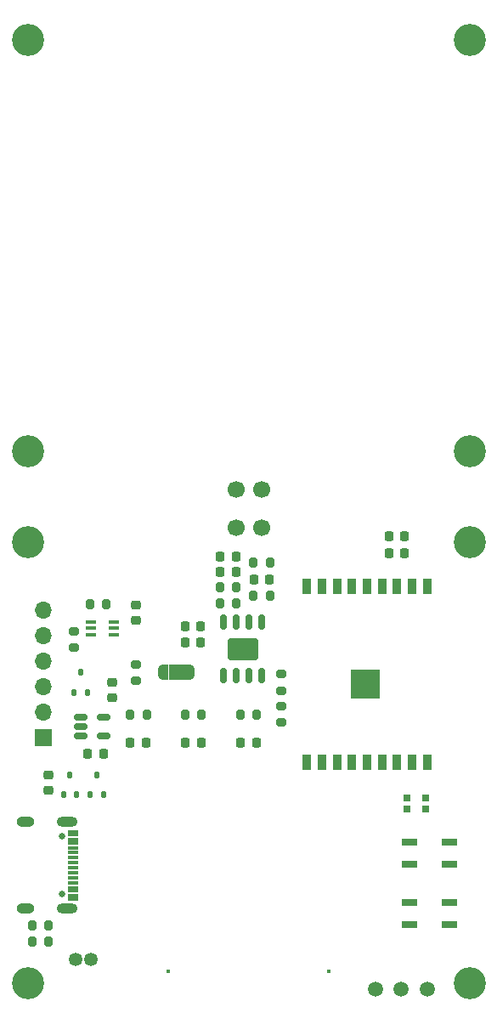
<source format=gts>
G04 #@! TF.GenerationSoftware,KiCad,Pcbnew,9.0.4*
G04 #@! TF.CreationDate,2025-11-05T08:00:03+09:00*
G04 #@! TF.ProjectId,esp32_JJY_sim_C3_rev2,65737033-325f-44a4-9a59-5f73696d5f43,rev?*
G04 #@! TF.SameCoordinates,Original*
G04 #@! TF.FileFunction,Soldermask,Top*
G04 #@! TF.FilePolarity,Negative*
%FSLAX46Y46*%
G04 Gerber Fmt 4.6, Leading zero omitted, Abs format (unit mm)*
G04 Created by KiCad (PCBNEW 9.0.4) date 2025-11-05 08:00:03*
%MOMM*%
%LPD*%
G01*
G04 APERTURE LIST*
G04 Aperture macros list*
%AMRoundRect*
0 Rectangle with rounded corners*
0 $1 Rounding radius*
0 $2 $3 $4 $5 $6 $7 $8 $9 X,Y pos of 4 corners*
0 Add a 4 corners polygon primitive as box body*
4,1,4,$2,$3,$4,$5,$6,$7,$8,$9,$2,$3,0*
0 Add four circle primitives for the rounded corners*
1,1,$1+$1,$2,$3*
1,1,$1+$1,$4,$5*
1,1,$1+$1,$6,$7*
1,1,$1+$1,$8,$9*
0 Add four rect primitives between the rounded corners*
20,1,$1+$1,$2,$3,$4,$5,0*
20,1,$1+$1,$4,$5,$6,$7,0*
20,1,$1+$1,$6,$7,$8,$9,0*
20,1,$1+$1,$8,$9,$2,$3,0*%
%AMFreePoly0*
4,1,23,0.550000,-0.750000,0.000000,-0.750000,0.000000,-0.745722,-0.065263,-0.745722,-0.191342,-0.711940,-0.304381,-0.646677,-0.396677,-0.554381,-0.461940,-0.441342,-0.495722,-0.315263,-0.495722,-0.250000,-0.500000,-0.250000,-0.500000,0.250000,-0.495722,0.250000,-0.495722,0.315263,-0.461940,0.441342,-0.396677,0.554381,-0.304381,0.646677,-0.191342,0.711940,-0.065263,0.745722,0.000000,0.745722,
0.000000,0.750000,0.550000,0.750000,0.550000,-0.750000,0.550000,-0.750000,$1*%
%AMFreePoly1*
4,1,23,0.000000,0.745722,0.065263,0.745722,0.191342,0.711940,0.304381,0.646677,0.396677,0.554381,0.461940,0.441342,0.495722,0.315263,0.495722,0.250000,0.500000,0.250000,0.500000,-0.250000,0.495722,-0.250000,0.495722,-0.315263,0.461940,-0.441342,0.396677,-0.554381,0.304381,-0.646677,0.191342,-0.711940,0.065263,-0.745722,0.000000,-0.745722,0.000000,-0.750000,-0.550000,-0.750000,
-0.550000,0.750000,0.000000,0.750000,0.000000,0.745722,0.000000,0.745722,$1*%
G04 Aperture macros list end*
%ADD10RoundRect,0.225000X-0.225000X-0.250000X0.225000X-0.250000X0.225000X0.250000X-0.225000X0.250000X0*%
%ADD11RoundRect,0.200000X-0.275000X0.200000X-0.275000X-0.200000X0.275000X-0.200000X0.275000X0.200000X0*%
%ADD12RoundRect,0.200000X-0.200000X-0.275000X0.200000X-0.275000X0.200000X0.275000X-0.200000X0.275000X0*%
%ADD13RoundRect,0.218750X0.218750X0.256250X-0.218750X0.256250X-0.218750X-0.256250X0.218750X-0.256250X0*%
%ADD14RoundRect,0.200000X0.200000X0.275000X-0.200000X0.275000X-0.200000X-0.275000X0.200000X-0.275000X0*%
%ADD15RoundRect,0.112500X-0.112500X-0.237500X0.112500X-0.237500X0.112500X0.237500X-0.112500X0.237500X0*%
%ADD16C,3.200000*%
%ADD17C,1.700000*%
%ADD18C,1.500000*%
%ADD19RoundRect,0.200000X0.275000X-0.200000X0.275000X0.200000X-0.275000X0.200000X-0.275000X-0.200000X0*%
%ADD20C,1.350000*%
%ADD21R,1.000000X0.400000*%
%ADD22R,0.900000X1.500000*%
%ADD23R,2.900000X2.900000*%
%ADD24RoundRect,0.225000X-0.250000X0.225000X-0.250000X-0.225000X0.250000X-0.225000X0.250000X0.225000X0*%
%ADD25RoundRect,0.225000X0.225000X0.250000X-0.225000X0.250000X-0.225000X-0.250000X0.225000X-0.250000X0*%
%ADD26RoundRect,0.150000X0.150000X-0.625000X0.150000X0.625000X-0.150000X0.625000X-0.150000X-0.625000X0*%
%ADD27RoundRect,0.330000X1.220000X-0.770000X1.220000X0.770000X-1.220000X0.770000X-1.220000X-0.770000X0*%
%ADD28R,1.500000X0.700000*%
%ADD29R,0.700000X0.700000*%
%ADD30FreePoly0,180.000000*%
%ADD31R,1.000000X1.500000*%
%ADD32FreePoly1,180.000000*%
%ADD33R,1.700000X1.700000*%
%ADD34O,1.700000X1.700000*%
%ADD35RoundRect,0.150000X-0.512500X-0.150000X0.512500X-0.150000X0.512500X0.150000X-0.512500X0.150000X0*%
%ADD36RoundRect,0.225000X0.250000X-0.225000X0.250000X0.225000X-0.250000X0.225000X-0.250000X-0.225000X0*%
%ADD37C,0.650000*%
%ADD38R,1.140000X0.300000*%
%ADD39O,2.100000X1.000000*%
%ADD40O,1.800000X1.000000*%
%ADD41C,0.400000*%
G04 APERTURE END LIST*
G36*
X118550000Y-116750000D02*
G01*
X117050000Y-116750000D01*
X117050000Y-115250000D01*
X118550000Y-115250000D01*
X118550000Y-116750000D01*
G37*
D10*
X118650000Y-112975000D03*
X120200000Y-112975000D03*
D11*
X128250000Y-119350000D03*
X128250000Y-121000000D03*
D12*
X125455000Y-105090000D03*
X127105000Y-105090000D03*
D13*
X125787500Y-123000000D03*
X124212500Y-123000000D03*
D12*
X122125000Y-107550000D03*
X123775000Y-107550000D03*
D14*
X105075000Y-142800000D03*
X103425000Y-142800000D03*
D10*
X122175000Y-106000000D03*
X123725000Y-106000000D03*
D14*
X125825000Y-120200000D03*
X124175000Y-120200000D03*
D15*
X109210000Y-128200000D03*
X110510000Y-128200000D03*
X109860000Y-126200000D03*
D16*
X103000000Y-103000000D03*
D10*
X125505000Y-106750000D03*
X127055000Y-106750000D03*
X118650000Y-111400000D03*
X120200000Y-111400000D03*
D13*
X120287500Y-123000000D03*
X118712500Y-123000000D03*
D17*
X123740000Y-101625000D03*
X123740000Y-97815000D03*
D15*
X107600000Y-118000000D03*
X108900000Y-118000000D03*
X108250000Y-116000000D03*
D18*
X137600000Y-147600000D03*
D14*
X105075000Y-141250000D03*
X103425000Y-141250000D03*
D16*
X147000000Y-103000000D03*
D12*
X125475000Y-108400000D03*
X127125000Y-108400000D03*
D16*
X147000000Y-147000000D03*
D19*
X113780000Y-116850000D03*
X113780000Y-115200000D03*
D16*
X103000000Y-53000000D03*
D20*
X107750000Y-144600000D03*
X109250000Y-144600000D03*
D21*
X109275000Y-110950000D03*
X109275000Y-111600000D03*
X109275000Y-112250000D03*
X111525000Y-112250000D03*
X111525000Y-111600000D03*
X111525000Y-110950000D03*
D22*
X142800000Y-107450000D03*
X141300000Y-107450000D03*
X139800000Y-107450000D03*
X138300000Y-107450000D03*
X136800000Y-107450000D03*
X135300000Y-107450000D03*
X133800000Y-107450000D03*
X132300000Y-107450000D03*
X130800000Y-107450000D03*
X130800000Y-124950000D03*
X132300000Y-124950000D03*
X133800000Y-124950000D03*
X135300000Y-124950000D03*
X136800000Y-124950000D03*
X138300000Y-124950000D03*
X139800000Y-124950000D03*
X141300000Y-124950000D03*
X142800000Y-124950000D03*
D23*
X136600000Y-117160000D03*
D14*
X120325000Y-120200000D03*
X118675000Y-120200000D03*
D24*
X113780000Y-109300000D03*
X113780000Y-110850000D03*
D25*
X110525000Y-124100000D03*
X108975000Y-124100000D03*
D16*
X103000000Y-147000000D03*
D19*
X128250000Y-117825000D03*
X128250000Y-116175000D03*
D26*
X122490000Y-116350000D03*
X123760000Y-116350000D03*
X125030000Y-116350000D03*
X126300000Y-116350000D03*
X126300000Y-111000000D03*
X125030000Y-111000000D03*
X123760000Y-111000000D03*
X122490000Y-111000000D03*
D27*
X124395000Y-113675000D03*
D28*
X141000000Y-138882400D03*
X145000000Y-138882400D03*
X141000000Y-141117600D03*
X145000000Y-141117600D03*
D25*
X140550000Y-102450000D03*
X139000000Y-102450000D03*
D19*
X107610000Y-113525000D03*
X107610000Y-111875000D03*
D17*
X126280000Y-101625000D03*
X126280000Y-97815000D03*
D14*
X114825000Y-120200000D03*
X113175000Y-120200000D03*
D16*
X147000000Y-53000000D03*
D24*
X105060000Y-126200000D03*
X105060000Y-127750000D03*
D12*
X122125000Y-109125000D03*
X123775000Y-109125000D03*
D25*
X140550000Y-104150000D03*
X139000000Y-104150000D03*
D13*
X114787500Y-123000000D03*
X113212500Y-123000000D03*
D15*
X106542500Y-128200000D03*
X107842500Y-128200000D03*
X107192500Y-126200000D03*
D16*
X103000000Y-94000000D03*
D10*
X122175000Y-104450000D03*
X123725000Y-104450000D03*
D29*
X142615000Y-129650000D03*
X142615000Y-128550000D03*
X140785000Y-128550000D03*
X140785000Y-129650000D03*
D30*
X119100000Y-116000000D03*
D31*
X117800000Y-116000000D03*
D32*
X116500000Y-116000000D03*
D18*
X140200000Y-147600000D03*
D33*
X104500000Y-122540000D03*
D34*
X104500000Y-120000000D03*
X104500000Y-117460000D03*
X104500000Y-114920000D03*
X104500000Y-112380000D03*
X104500000Y-109840000D03*
D35*
X108262500Y-120450000D03*
X108262500Y-121400000D03*
X108262500Y-122350000D03*
X110537500Y-122350000D03*
X110537500Y-120450000D03*
D36*
X111400000Y-118550000D03*
X111400000Y-117000000D03*
D12*
X109175000Y-109200000D03*
X110825000Y-109200000D03*
D37*
X106400000Y-132330000D03*
X106400000Y-138110000D03*
D38*
X107470000Y-131870000D03*
X107470000Y-132670000D03*
X107470000Y-133970000D03*
X107470000Y-134970000D03*
X107470000Y-135470000D03*
X107470000Y-136470000D03*
X107470000Y-137770000D03*
X107470000Y-138570000D03*
X107470000Y-138270000D03*
X107470000Y-137470000D03*
X107470000Y-136970000D03*
X107470000Y-135970000D03*
X107470000Y-134470000D03*
X107470000Y-133470000D03*
X107470000Y-132970000D03*
X107470000Y-132170000D03*
D39*
X106900000Y-130900000D03*
D40*
X102720000Y-130900000D03*
D39*
X106900000Y-139540000D03*
D40*
X102720000Y-139540000D03*
D18*
X142800000Y-147600000D03*
D28*
X141000000Y-132882400D03*
X145000000Y-132882400D03*
X141000000Y-135117600D03*
X145000000Y-135117600D03*
D16*
X147000000Y-94000000D03*
D41*
X117000000Y-145750000D03*
X133000000Y-145750000D03*
M02*

</source>
